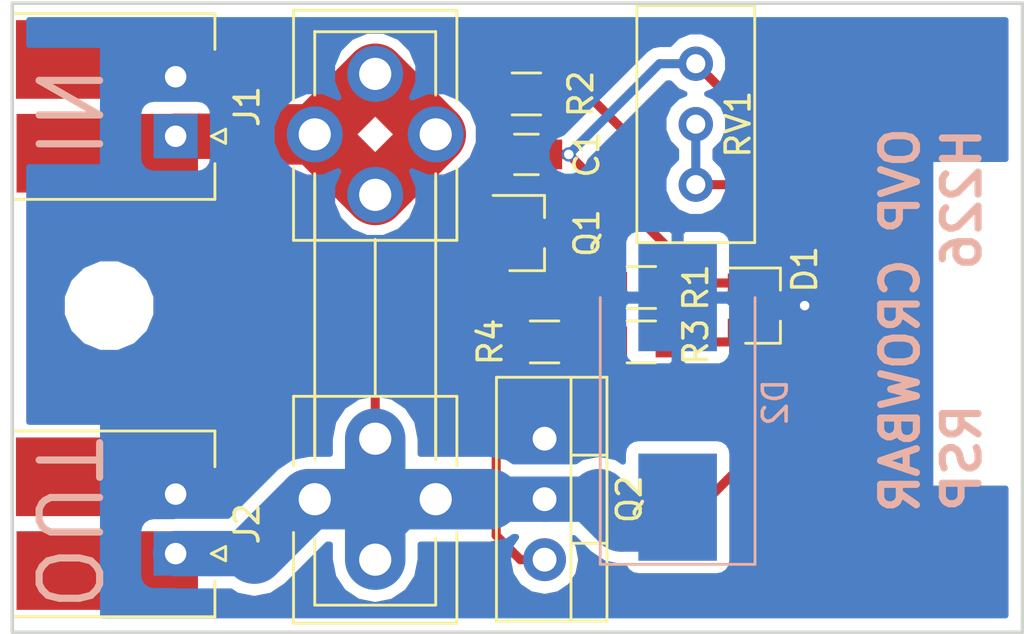
<source format=kicad_pcb>
(kicad_pcb (version 4) (host pcbnew 4.0.7)

  (general
    (links 33)
    (no_connects 0)
    (area 109.981429 102.788999 156.539001 129.615001)
    (thickness 1.6)
    (drawings 8)
    (tracks 62)
    (zones 0)
    (modules 14)
    (nets 8)
  )

  (page A4)
  (layers
    (0 F.Cu signal)
    (31 B.Cu signal)
    (32 B.Adhes user)
    (33 F.Adhes user)
    (34 B.Paste user)
    (35 F.Paste user hide)
    (36 B.SilkS user)
    (37 F.SilkS user)
    (38 B.Mask user hide)
    (39 F.Mask user hide)
    (40 Dwgs.User user hide)
    (41 Cmts.User user hide)
    (42 Eco1.User user hide)
    (43 Eco2.User user hide)
    (44 Edge.Cuts user)
    (45 Margin user hide)
    (46 B.CrtYd user hide)
    (47 F.CrtYd user)
    (48 B.Fab user hide)
    (49 F.Fab user hide)
  )

  (setup
    (last_trace_width 0.25)
    (user_trace_width 0.254)
    (user_trace_width 0.381)
    (user_trace_width 0.635)
    (user_trace_width 1.27)
    (user_trace_width 1.905)
    (user_trace_width 2.54)
    (trace_clearance 0.2)
    (zone_clearance 0.508)
    (zone_45_only no)
    (trace_min 0.2)
    (segment_width 0.2)
    (edge_width 0.15)
    (via_size 0.6)
    (via_drill 0.4)
    (via_min_size 0.4)
    (via_min_drill 0.3)
    (uvia_size 0.3)
    (uvia_drill 0.1)
    (uvias_allowed no)
    (uvia_min_size 0.2)
    (uvia_min_drill 0.1)
    (pcb_text_width 0.3)
    (pcb_text_size 1.5 1.5)
    (mod_edge_width 0.15)
    (mod_text_size 1 1)
    (mod_text_width 0.15)
    (pad_size 4.5 3.3)
    (pad_drill 0)
    (pad_to_mask_clearance 0.2)
    (aux_axis_origin 0 0)
    (grid_origin 120.904 108.712)
    (visible_elements 7FFEFDFF)
    (pcbplotparams
      (layerselection 0x01030_80000001)
      (usegerberextensions false)
      (excludeedgelayer true)
      (linewidth 0.100000)
      (plotframeref false)
      (viasonmask false)
      (mode 1)
      (useauxorigin false)
      (hpglpennumber 1)
      (hpglpenspeed 20)
      (hpglpendiameter 15)
      (hpglpenoverlay 2)
      (psnegative false)
      (psa4output false)
      (plotreference true)
      (plotvalue true)
      (plotinvisibletext false)
      (padsonsilk false)
      (subtractmaskfromsilk false)
      (outputformat 1)
      (mirror false)
      (drillshape 0)
      (scaleselection 1)
      (outputdirectory ""))
  )

  (net 0 "")
  (net 1 "Net-(C1-Pad1)")
  (net 2 "Net-(C1-Pad2)")
  (net 3 "Net-(D1-Pad2)")
  (net 4 "Net-(D1-Pad3)")
  (net 5 "Net-(D1-Pad1)")
  (net 6 "Net-(F1-Pad2)")
  (net 7 "Net-(Q1-Pad3)")

  (net_class Default "This is the default net class."
    (clearance 0.2)
    (trace_width 0.25)
    (via_dia 0.6)
    (via_drill 0.4)
    (uvia_dia 0.3)
    (uvia_drill 0.1)
    (add_net "Net-(C1-Pad1)")
    (add_net "Net-(C1-Pad2)")
    (add_net "Net-(D1-Pad1)")
    (add_net "Net-(D1-Pad2)")
    (add_net "Net-(D1-Pad3)")
    (add_net "Net-(F1-Pad2)")
    (add_net "Net-(Q1-Pad3)")
  )

  (module Fuse_Holders_and_Fuses:Fuseholder5x20_horiz_open_universal_Type-III (layer F.Cu) (tedit 5A949FE3) (tstamp 5A937083)
    (at 129.286 126.492 90)
    (descr "Fuseholder, 5x20, open, horizontal, Type-III, universal, inline, lateral,")
    (tags "Fuseholder 5x20 open horizontal Type-III universal inline lateral Sicherungshalter offen ")
    (path /5A9353AC)
    (fp_text reference F1 (at 10.16 -1.27 90) (layer F.SilkS) hide
      (effects (font (size 1 1) (thickness 0.15)))
    )
    (fp_text value Fuse (at 9.738 -2.762 90) (layer F.Fab)
      (effects (font (size 1 1) (thickness 0.15)))
    )
    (fp_line (start 2.55 0) (end 17.9 0) (layer F.Fab) (width 0.1))
    (fp_line (start -1.9 -2.55) (end 22.2 -2.55) (layer F.Fab) (width 0.1))
    (fp_line (start 22.2 -2.55) (end 22.2 2.55) (layer F.Fab) (width 0.1))
    (fp_line (start 22.2 2.55) (end -1.9 2.55) (layer F.Fab) (width 0.1))
    (fp_line (start -1.9 2.55) (end -1.9 -2.5) (layer F.Fab) (width 0.1))
    (fp_line (start 13.5 -3.35) (end 13.5 3.35) (layer F.Fab) (width 0.1))
    (fp_line (start 13.5 3.35) (end 23.05 3.35) (layer F.Fab) (width 0.1))
    (fp_line (start 23.05 3.35) (end 23.05 -3.3) (layer F.Fab) (width 0.1))
    (fp_line (start 23.05 -3.3) (end 13.5 -3.35) (layer F.Fab) (width 0.1))
    (fp_line (start -2.6 -3.35) (end 6.75 -3.35) (layer F.Fab) (width 0.1))
    (fp_line (start 6.75 -3.35) (end 6.75 3.35) (layer F.Fab) (width 0.1))
    (fp_line (start 6.75 3.35) (end -2.6 3.35) (layer F.Fab) (width 0.1))
    (fp_line (start -2.6 3.35) (end -2.6 -3.35) (layer F.Fab) (width 0.1))
    (fp_line (start 6.95 0) (end 13.45 0) (layer F.SilkS) (width 0.12))
    (fp_line (start 6.86 3.43) (end 3.94 3.43) (layer F.SilkS) (width 0.12))
    (fp_line (start -2.67 3.43) (end 1.14 3.43) (layer F.SilkS) (width 0.12))
    (fp_line (start -1.9 2.54) (end 0.89 2.54) (layer F.SilkS) (width 0.12))
    (fp_line (start 6.86 2.54) (end 4.19 2.54) (layer F.SilkS) (width 0.12))
    (fp_line (start -2.67 -3.43) (end 1.14 -3.43) (layer F.SilkS) (width 0.12))
    (fp_line (start -1.9 -2.54) (end 0.89 -2.54) (layer F.SilkS) (width 0.12))
    (fp_line (start 6.86 -3.43) (end 3.94 -3.43) (layer F.SilkS) (width 0.12))
    (fp_line (start 6.86 -2.54) (end 4.19 -2.54) (layer F.SilkS) (width 0.12))
    (fp_line (start 13.41 -3.43) (end 16.46 -3.43) (layer F.SilkS) (width 0.12))
    (fp_line (start 13.41 -2.54) (end 16.21 -2.54) (layer F.SilkS) (width 0.12))
    (fp_line (start 13.41 2.54) (end 16.21 2.54) (layer F.SilkS) (width 0.12))
    (fp_line (start 13.41 3.43) (end 16.46 3.43) (layer F.SilkS) (width 0.12))
    (fp_line (start 23.07 3.43) (end 19.26 3.43) (layer F.SilkS) (width 0.12))
    (fp_line (start 22.18 2.54) (end 19.51 2.54) (layer F.SilkS) (width 0.12))
    (fp_line (start 23.07 -3.43) (end 19.26 -3.43) (layer F.SilkS) (width 0.12))
    (fp_line (start 22.18 -2.54) (end 19.51 -2.54) (layer F.SilkS) (width 0.12))
    (fp_line (start 23.07 -3.43) (end 23.07 3.43) (layer F.SilkS) (width 0.12))
    (fp_line (start 13.41 3.43) (end 13.41 2.54) (layer F.SilkS) (width 0.12))
    (fp_line (start 13.41 -3.43) (end 13.41 -2.54) (layer F.SilkS) (width 0.12))
    (fp_line (start -2.67 -3.43) (end -2.67 3.43) (layer F.SilkS) (width 0.12))
    (fp_line (start 6.86 3.43) (end 6.86 2.54) (layer F.SilkS) (width 0.12))
    (fp_line (start 6.86 -3.43) (end 6.86 -2.41) (layer F.SilkS) (width 0.12))
    (fp_line (start 15.91 2.54) (end 4.23 2.54) (layer F.SilkS) (width 0.12))
    (fp_line (start 4.36 -2.54) (end 15.91 -2.54) (layer F.SilkS) (width 0.12))
    (fp_line (start 6.86 0) (end 6.86 -2.54) (layer F.SilkS) (width 0.12))
    (fp_line (start -1.91 -2.54) (end -1.91 2.54) (layer F.SilkS) (width 0.12))
    (fp_line (start 6.86 2.54) (end 6.86 0) (layer F.SilkS) (width 0.12))
    (fp_line (start 13.41 0) (end 13.41 -2.54) (layer F.SilkS) (width 0.12))
    (fp_line (start 22.17 -2.54) (end 22.17 2.54) (layer F.SilkS) (width 0.12))
    (fp_line (start 13.41 2.54) (end 13.41 0) (layer F.SilkS) (width 0.12))
    (fp_line (start -2.85 -3.96) (end 23.3 -3.96) (layer F.CrtYd) (width 0.05))
    (fp_line (start -2.85 -3.96) (end -2.85 3.96) (layer F.CrtYd) (width 0.05))
    (fp_line (start 23.3 3.96) (end 23.3 -3.96) (layer F.CrtYd) (width 0.05))
    (fp_line (start 23.3 3.96) (end -2.85 3.96) (layer F.CrtYd) (width 0.05))
    (pad 2 thru_hole circle (at 15.32 0 90) (size 2.35 2.35) (drill 1.35) (layers *.Cu *.Mask)
      (net 6 "Net-(F1-Pad2)"))
    (pad 2 thru_hole circle (at 20.4 0 90) (size 2.35 2.35) (drill 1.35) (layers *.Cu *.Mask)
      (net 6 "Net-(F1-Pad2)"))
    (pad 1 thru_hole circle (at 5.08 0 90) (size 2.35 2.35) (drill 1.35) (layers *.Cu *.Mask)
      (net 1 "Net-(C1-Pad1)"))
    (pad 1 thru_hole circle (at 0 0 90) (size 2.35 2.35) (drill 1.35) (layers *.Cu *.Mask)
      (net 1 "Net-(C1-Pad1)"))
    (pad 2 thru_hole circle (at 17.86 -2.54 90) (size 2.35 2.35) (drill 1.35) (layers *.Cu *.Mask)
      (net 6 "Net-(F1-Pad2)"))
    (pad 2 thru_hole circle (at 17.86 2.54 90) (size 2.35 2.35) (drill 1.35) (layers *.Cu *.Mask)
      (net 6 "Net-(F1-Pad2)"))
    (pad 1 thru_hole circle (at 2.54 -2.54 90) (size 2.35 2.35) (drill 1.35) (layers *.Cu *.Mask)
      (net 1 "Net-(C1-Pad1)"))
    (pad 1 thru_hole circle (at 2.54 2.54 90) (size 2.35 2.35) (drill 1.35) (layers *.Cu *.Mask)
      (net 1 "Net-(C1-Pad1)"))
  )

  (module modules:JST_W_WIRE_PADS (layer F.Cu) (tedit 5A94A2AF) (tstamp 5A94A496)
    (at 120.904 108.712 90)
    (descr "JST EH series connector, S02B-EH, 2.50mm pitch, side entry")
    (tags "connector jst eh side horizontal angled")
    (path /5A9354CD)
    (fp_text reference J1 (at 1.25 3 90) (layer F.SilkS)
      (effects (font (size 1 1) (thickness 0.15)))
    )
    (fp_text value JST2.54 (at 1.25 -8 90) (layer F.Fab)
      (effects (font (size 1 1) (thickness 0.15)))
    )
    (fp_text user %R (at 1.25 -2 90) (layer F.Fab)
      (effects (font (size 1 1) (thickness 0.15)))
    )
    (fp_line (start -2.5 -6.7) (end -2.5 1.5) (layer F.Fab) (width 0.1))
    (fp_line (start -2.5 1.5) (end 5 1.5) (layer F.Fab) (width 0.1))
    (fp_line (start 5 1.5) (end 5 -6.7) (layer F.Fab) (width 0.1))
    (fp_line (start 5 -6.7) (end -2.5 -6.7) (layer F.Fab) (width 0.1))
    (fp_line (start -1.15 1.65) (end -2.65 1.65) (layer F.SilkS) (width 0.12))
    (fp_line (start -2.65 1.65) (end -2.65 -6.85) (layer F.SilkS) (width 0.12))
    (fp_line (start -2.65 -6.85) (end 5.15 -6.85) (layer F.SilkS) (width 0.12))
    (fp_line (start 5.15 -6.85) (end 5.15 1.65) (layer F.SilkS) (width 0.12))
    (fp_line (start 5.15 1.65) (end 3.65 1.65) (layer F.SilkS) (width 0.12))
    (fp_line (start 0 1.5) (end -0.3 2.1) (layer F.SilkS) (width 0.12))
    (fp_line (start -0.3 2.1) (end 0.3 2.1) (layer F.SilkS) (width 0.12))
    (fp_line (start 0.3 2.1) (end 0 1.5) (layer F.SilkS) (width 0.12))
    (fp_line (start 0 1.5) (end -0.3 2.1) (layer F.Fab) (width 0.1))
    (fp_line (start -0.3 2.1) (end 0.3 2.1) (layer F.Fab) (width 0.1))
    (fp_line (start 0.3 2.1) (end 0 1.5) (layer F.Fab) (width 0.1))
    (fp_line (start -3.15 -7.35) (end -3.15 2.15) (layer F.CrtYd) (width 0.05))
    (fp_line (start -3.15 2.15) (end 5.65 2.15) (layer F.CrtYd) (width 0.05))
    (fp_line (start 5.65 2.15) (end 5.65 -7.35) (layer F.CrtYd) (width 0.05))
    (fp_line (start 5.65 -7.35) (end -3.15 -7.35) (layer F.CrtYd) (width 0.05))
    (pad 1 thru_hole rect (at 0 0 90) (size 1.85 1.85) (drill 0.9) (layers *.Cu *.Mask)
      (net 6 "Net-(F1-Pad2)"))
    (pad 2 thru_hole circle (at 2.5 0 90) (size 1.85 1.85) (drill 0.9) (layers *.Cu *.Mask)
      (net 4 "Net-(D1-Pad3)") (zone_connect 2))
    (pad 1 smd rect (at -0.7112 -2.8702 90) (size 3.302 7.62) (layers F.Cu F.Paste F.Mask)
      (net 6 "Net-(F1-Pad2)"))
    (pad 2 smd rect (at 3.2258 -2.8956 90) (size 3.302 7.62) (layers F.Cu F.Paste F.Mask)
      (net 4 "Net-(D1-Pad3)"))
    (model Connectors_JST.3dshapes/JST_EH_S02B-EH_02x2.50mm_Angled.wrl
      (at (xyz 0 0 0))
      (scale (xyz 1 1 1))
      (rotate (xyz 0 0 0))
    )
  )

  (module Capacitors_SMD:C_0805 (layer F.Cu) (tedit 5A948574) (tstamp 5A937070)
    (at 135.636 109.474 180)
    (descr "Capacitor SMD 0805, reflow soldering, AVX (see smccp.pdf)")
    (tags "capacitor 0805")
    (path /5A935308)
    (attr smd)
    (fp_text reference C1 (at -2.54 0 270) (layer F.SilkS)
      (effects (font (size 1 1) (thickness 0.15)))
    )
    (fp_text value .01 (at 0.254 1.524 180) (layer F.Fab)
      (effects (font (size 1 1) (thickness 0.15)))
    )
    (fp_text user %R (at 0 -1.524 180) (layer F.Fab)
      (effects (font (size 1 1) (thickness 0.15)))
    )
    (fp_line (start -1 0.62) (end -1 -0.62) (layer F.Fab) (width 0.1))
    (fp_line (start 1 0.62) (end -1 0.62) (layer F.Fab) (width 0.1))
    (fp_line (start 1 -0.62) (end 1 0.62) (layer F.Fab) (width 0.1))
    (fp_line (start -1 -0.62) (end 1 -0.62) (layer F.Fab) (width 0.1))
    (fp_line (start 0.5 -0.85) (end -0.5 -0.85) (layer F.SilkS) (width 0.12))
    (fp_line (start -0.5 0.85) (end 0.5 0.85) (layer F.SilkS) (width 0.12))
    (fp_line (start -1.75 -0.88) (end 1.75 -0.88) (layer F.CrtYd) (width 0.05))
    (fp_line (start -1.75 -0.88) (end -1.75 0.87) (layer F.CrtYd) (width 0.05))
    (fp_line (start 1.75 0.87) (end 1.75 -0.88) (layer F.CrtYd) (width 0.05))
    (fp_line (start 1.75 0.87) (end -1.75 0.87) (layer F.CrtYd) (width 0.05))
    (pad 1 smd rect (at -1 0 180) (size 1 1.25) (layers F.Cu F.Paste F.Mask)
      (net 1 "Net-(C1-Pad1)"))
    (pad 2 smd rect (at 1 0 180) (size 1 1.25) (layers F.Cu F.Paste F.Mask)
      (net 2 "Net-(C1-Pad2)"))
    (model Capacitors_SMD.3dshapes/C_0805.wrl
      (at (xyz 0 0 0))
      (scale (xyz 1 1 1))
      (rotate (xyz 0 0 0))
    )
  )

  (module Resistors_SMD:R_0805 (layer F.Cu) (tedit 5A94857F) (tstamp 5A93709C)
    (at 140.462 115.062 180)
    (descr "Resistor SMD 0805, reflow soldering, Vishay (see dcrcw.pdf)")
    (tags "resistor 0805")
    (path /5A93589D)
    (attr smd)
    (fp_text reference R1 (at -2.286 0 270) (layer F.SilkS)
      (effects (font (size 1 1) (thickness 0.15)))
    )
    (fp_text value 470 (at 0 1.524 180) (layer F.Fab)
      (effects (font (size 1 1) (thickness 0.15)))
    )
    (fp_text user %R (at 0 0 180) (layer F.Fab)
      (effects (font (size 0.5 0.5) (thickness 0.075)))
    )
    (fp_line (start -1 0.62) (end -1 -0.62) (layer F.Fab) (width 0.1))
    (fp_line (start 1 0.62) (end -1 0.62) (layer F.Fab) (width 0.1))
    (fp_line (start 1 -0.62) (end 1 0.62) (layer F.Fab) (width 0.1))
    (fp_line (start -1 -0.62) (end 1 -0.62) (layer F.Fab) (width 0.1))
    (fp_line (start 0.6 0.88) (end -0.6 0.88) (layer F.SilkS) (width 0.12))
    (fp_line (start -0.6 -0.88) (end 0.6 -0.88) (layer F.SilkS) (width 0.12))
    (fp_line (start -1.55 -0.9) (end 1.55 -0.9) (layer F.CrtYd) (width 0.05))
    (fp_line (start -1.55 -0.9) (end -1.55 0.9) (layer F.CrtYd) (width 0.05))
    (fp_line (start 1.55 0.9) (end 1.55 -0.9) (layer F.CrtYd) (width 0.05))
    (fp_line (start 1.55 0.9) (end -1.55 0.9) (layer F.CrtYd) (width 0.05))
    (pad 1 smd rect (at -0.95 0 180) (size 0.7 1.3) (layers F.Cu F.Paste F.Mask)
      (net 5 "Net-(D1-Pad1)"))
    (pad 2 smd rect (at 0.95 0 180) (size 0.7 1.3) (layers F.Cu F.Paste F.Mask)
      (net 1 "Net-(C1-Pad1)"))
    (model ${KISYS3DMOD}/Resistors_SMD.3dshapes/R_0805.wrl
      (at (xyz 0 0 0))
      (scale (xyz 1 1 1))
      (rotate (xyz 0 0 0))
    )
  )

  (module Resistors_SMD:R_0805 (layer F.Cu) (tedit 5A948571) (tstamp 5A9370A2)
    (at 135.636 106.934)
    (descr "Resistor SMD 0805, reflow soldering, Vishay (see dcrcw.pdf)")
    (tags "resistor 0805")
    (path /5A935947)
    (attr smd)
    (fp_text reference R2 (at 2.286 0 90) (layer F.SilkS)
      (effects (font (size 1 1) (thickness 0.15)))
    )
    (fp_text value 4K7 (at 0 1.524) (layer F.Fab)
      (effects (font (size 1 1) (thickness 0.15)))
    )
    (fp_text user %R (at 0 0) (layer F.Fab)
      (effects (font (size 0.5 0.5) (thickness 0.075)))
    )
    (fp_line (start -1 0.62) (end -1 -0.62) (layer F.Fab) (width 0.1))
    (fp_line (start 1 0.62) (end -1 0.62) (layer F.Fab) (width 0.1))
    (fp_line (start 1 -0.62) (end 1 0.62) (layer F.Fab) (width 0.1))
    (fp_line (start -1 -0.62) (end 1 -0.62) (layer F.Fab) (width 0.1))
    (fp_line (start 0.6 0.88) (end -0.6 0.88) (layer F.SilkS) (width 0.12))
    (fp_line (start -0.6 -0.88) (end 0.6 -0.88) (layer F.SilkS) (width 0.12))
    (fp_line (start -1.55 -0.9) (end 1.55 -0.9) (layer F.CrtYd) (width 0.05))
    (fp_line (start -1.55 -0.9) (end -1.55 0.9) (layer F.CrtYd) (width 0.05))
    (fp_line (start 1.55 0.9) (end 1.55 -0.9) (layer F.CrtYd) (width 0.05))
    (fp_line (start 1.55 0.9) (end -1.55 0.9) (layer F.CrtYd) (width 0.05))
    (pad 1 smd rect (at -0.95 0) (size 0.7 1.3) (layers F.Cu F.Paste F.Mask)
      (net 2 "Net-(C1-Pad2)"))
    (pad 2 smd rect (at 0.95 0) (size 0.7 1.3) (layers F.Cu F.Paste F.Mask)
      (net 5 "Net-(D1-Pad1)"))
    (model ${KISYS3DMOD}/Resistors_SMD.3dshapes/R_0805.wrl
      (at (xyz 0 0 0))
      (scale (xyz 1 1 1))
      (rotate (xyz 0 0 0))
    )
  )

  (module Resistors_SMD:R_0805 (layer F.Cu) (tedit 5A94857D) (tstamp 5A9370A8)
    (at 140.462 117.348 180)
    (descr "Resistor SMD 0805, reflow soldering, Vishay (see dcrcw.pdf)")
    (tags "resistor 0805")
    (path /5A935234)
    (attr smd)
    (fp_text reference R3 (at -2.286 0 270) (layer F.SilkS)
      (effects (font (size 1 1) (thickness 0.15)))
    )
    (fp_text value 2K2 (at 2.032 0 270) (layer F.Fab)
      (effects (font (size 1 1) (thickness 0.15)))
    )
    (fp_text user %R (at 0 0 180) (layer F.Fab)
      (effects (font (size 0.5 0.5) (thickness 0.075)))
    )
    (fp_line (start -1 0.62) (end -1 -0.62) (layer F.Fab) (width 0.1))
    (fp_line (start 1 0.62) (end -1 0.62) (layer F.Fab) (width 0.1))
    (fp_line (start 1 -0.62) (end 1 0.62) (layer F.Fab) (width 0.1))
    (fp_line (start -1 -0.62) (end 1 -0.62) (layer F.Fab) (width 0.1))
    (fp_line (start 0.6 0.88) (end -0.6 0.88) (layer F.SilkS) (width 0.12))
    (fp_line (start -0.6 -0.88) (end 0.6 -0.88) (layer F.SilkS) (width 0.12))
    (fp_line (start -1.55 -0.9) (end 1.55 -0.9) (layer F.CrtYd) (width 0.05))
    (fp_line (start -1.55 -0.9) (end -1.55 0.9) (layer F.CrtYd) (width 0.05))
    (fp_line (start 1.55 0.9) (end 1.55 -0.9) (layer F.CrtYd) (width 0.05))
    (fp_line (start 1.55 0.9) (end -1.55 0.9) (layer F.CrtYd) (width 0.05))
    (pad 1 smd rect (at -0.95 0 180) (size 0.7 1.3) (layers F.Cu F.Paste F.Mask)
      (net 3 "Net-(D1-Pad2)"))
    (pad 2 smd rect (at 0.95 0 180) (size 0.7 1.3) (layers F.Cu F.Paste F.Mask)
      (net 4 "Net-(D1-Pad3)"))
    (model ${KISYS3DMOD}/Resistors_SMD.3dshapes/R_0805.wrl
      (at (xyz 0 0 0))
      (scale (xyz 1 1 1))
      (rotate (xyz 0 0 0))
    )
  )

  (module Resistors_SMD:R_0805 (layer F.Cu) (tedit 5A948589) (tstamp 5A9370AE)
    (at 136.398 117.348 180)
    (descr "Resistor SMD 0805, reflow soldering, Vishay (see dcrcw.pdf)")
    (tags "resistor 0805")
    (path /5A945B3A)
    (attr smd)
    (fp_text reference R4 (at 2.286 0 270) (layer F.SilkS)
      (effects (font (size 1 1) (thickness 0.15)))
    )
    (fp_text value 1K0 (at 0 1.75 180) (layer F.Fab)
      (effects (font (size 1 1) (thickness 0.15)))
    )
    (fp_text user %R (at 0 0 180) (layer F.Fab)
      (effects (font (size 0.5 0.5) (thickness 0.075)))
    )
    (fp_line (start -1 0.62) (end -1 -0.62) (layer F.Fab) (width 0.1))
    (fp_line (start 1 0.62) (end -1 0.62) (layer F.Fab) (width 0.1))
    (fp_line (start 1 -0.62) (end 1 0.62) (layer F.Fab) (width 0.1))
    (fp_line (start -1 -0.62) (end 1 -0.62) (layer F.Fab) (width 0.1))
    (fp_line (start 0.6 0.88) (end -0.6 0.88) (layer F.SilkS) (width 0.12))
    (fp_line (start -0.6 -0.88) (end 0.6 -0.88) (layer F.SilkS) (width 0.12))
    (fp_line (start -1.55 -0.9) (end 1.55 -0.9) (layer F.CrtYd) (width 0.05))
    (fp_line (start -1.55 -0.9) (end -1.55 0.9) (layer F.CrtYd) (width 0.05))
    (fp_line (start 1.55 0.9) (end 1.55 -0.9) (layer F.CrtYd) (width 0.05))
    (fp_line (start 1.55 0.9) (end -1.55 0.9) (layer F.CrtYd) (width 0.05))
    (pad 1 smd rect (at -0.95 0 180) (size 0.7 1.3) (layers F.Cu F.Paste F.Mask)
      (net 4 "Net-(D1-Pad3)"))
    (pad 2 smd rect (at 0.95 0 180) (size 0.7 1.3) (layers F.Cu F.Paste F.Mask)
      (net 7 "Net-(Q1-Pad3)"))
    (model ${KISYS3DMOD}/Resistors_SMD.3dshapes/R_0805.wrl
      (at (xyz 0 0 0))
      (scale (xyz 1 1 1))
      (rotate (xyz 0 0 0))
    )
  )

  (module TO_SOT_Packages_SMD:SOT-23 (layer F.Cu) (tedit 5A98FEBE) (tstamp 5A937096)
    (at 135.636 112.776)
    (descr "SOT-23, Standard")
    (tags SOT-23)
    (path /5A98D8E7)
    (attr smd)
    (fp_text reference Q1 (at 2.54 0 270) (layer F.SilkS)
      (effects (font (size 1 1) (thickness 0.15)))
    )
    (fp_text value MMBT3906 (at 0 2.5) (layer F.Fab)
      (effects (font (size 1 1) (thickness 0.15)))
    )
    (fp_text user %R (at 0 0 90) (layer F.Fab)
      (effects (font (size 0.5 0.5) (thickness 0.075)))
    )
    (fp_line (start -0.7 -0.95) (end -0.7 1.5) (layer F.Fab) (width 0.1))
    (fp_line (start -0.15 -1.52) (end 0.7 -1.52) (layer F.Fab) (width 0.1))
    (fp_line (start -0.7 -0.95) (end -0.15 -1.52) (layer F.Fab) (width 0.1))
    (fp_line (start 0.7 -1.52) (end 0.7 1.52) (layer F.Fab) (width 0.1))
    (fp_line (start -0.7 1.52) (end 0.7 1.52) (layer F.Fab) (width 0.1))
    (fp_line (start 0.76 1.58) (end 0.76 0.65) (layer F.SilkS) (width 0.12))
    (fp_line (start 0.76 -1.58) (end 0.76 -0.65) (layer F.SilkS) (width 0.12))
    (fp_line (start -1.7 -1.75) (end 1.7 -1.75) (layer F.CrtYd) (width 0.05))
    (fp_line (start 1.7 -1.75) (end 1.7 1.75) (layer F.CrtYd) (width 0.05))
    (fp_line (start 1.7 1.75) (end -1.7 1.75) (layer F.CrtYd) (width 0.05))
    (fp_line (start -1.7 1.75) (end -1.7 -1.75) (layer F.CrtYd) (width 0.05))
    (fp_line (start 0.76 -1.58) (end -1.4 -1.58) (layer F.SilkS) (width 0.12))
    (fp_line (start 0.76 1.58) (end -0.7 1.58) (layer F.SilkS) (width 0.12))
    (pad 1 smd rect (at -1 -0.95) (size 0.9 0.8) (layers F.Cu F.Paste F.Mask)
      (net 2 "Net-(C1-Pad2)"))
    (pad 2 smd rect (at -1 0.95) (size 0.9 0.8) (layers F.Cu F.Paste F.Mask)
      (net 1 "Net-(C1-Pad1)"))
    (pad 3 smd rect (at 1 0) (size 0.9 0.8) (layers F.Cu F.Paste F.Mask)
      (net 7 "Net-(Q1-Pad3)"))
    (model ${KISYS3DMOD}/TO_SOT_Packages_SMD.3dshapes/SOT-23.wrl
      (at (xyz 0 0 0))
      (scale (xyz 1 1 1))
      (rotate (xyz 0 0 0))
    )
  )

  (module TO_SOT_Packages_SMD:SOT-23 (layer F.Cu) (tedit 5A948583) (tstamp 5A94510D)
    (at 145.542 115.824)
    (descr "SOT-23, Standard")
    (tags SOT-23)
    (path /5A944FBC)
    (attr smd)
    (fp_text reference D1 (at 1.778 -1.524 90) (layer F.SilkS)
      (effects (font (size 1 1) (thickness 0.15)))
    )
    (fp_text value TL431DBZ (at 0 2.5) (layer F.Fab)
      (effects (font (size 1 1) (thickness 0.15)))
    )
    (fp_text user %R (at 0 0 90) (layer F.Fab)
      (effects (font (size 0.5 0.5) (thickness 0.075)))
    )
    (fp_line (start -0.7 -0.95) (end -0.7 1.5) (layer F.Fab) (width 0.1))
    (fp_line (start -0.15 -1.52) (end 0.7 -1.52) (layer F.Fab) (width 0.1))
    (fp_line (start -0.7 -0.95) (end -0.15 -1.52) (layer F.Fab) (width 0.1))
    (fp_line (start 0.7 -1.52) (end 0.7 1.52) (layer F.Fab) (width 0.1))
    (fp_line (start -0.7 1.52) (end 0.7 1.52) (layer F.Fab) (width 0.1))
    (fp_line (start 0.76 1.58) (end 0.76 0.65) (layer F.SilkS) (width 0.12))
    (fp_line (start 0.76 -1.58) (end 0.76 -0.65) (layer F.SilkS) (width 0.12))
    (fp_line (start -1.7 -1.75) (end 1.7 -1.75) (layer F.CrtYd) (width 0.05))
    (fp_line (start 1.7 -1.75) (end 1.7 1.75) (layer F.CrtYd) (width 0.05))
    (fp_line (start 1.7 1.75) (end -1.7 1.75) (layer F.CrtYd) (width 0.05))
    (fp_line (start -1.7 1.75) (end -1.7 -1.75) (layer F.CrtYd) (width 0.05))
    (fp_line (start 0.76 -1.58) (end -1.4 -1.58) (layer F.SilkS) (width 0.12))
    (fp_line (start 0.76 1.58) (end -0.7 1.58) (layer F.SilkS) (width 0.12))
    (pad 1 smd rect (at -1 -0.95) (size 0.9 0.8) (layers F.Cu F.Paste F.Mask)
      (net 5 "Net-(D1-Pad1)"))
    (pad 2 smd rect (at -1 0.95) (size 0.9 0.8) (layers F.Cu F.Paste F.Mask)
      (net 3 "Net-(D1-Pad2)"))
    (pad 3 smd rect (at 1 0) (size 0.9 0.8) (layers F.Cu F.Paste F.Mask)
      (net 4 "Net-(D1-Pad3)"))
    (model ${KISYS3DMOD}/TO_SOT_Packages_SMD.3dshapes/SOT-23.wrl
      (at (xyz 0 0 0))
      (scale (xyz 1 1 1))
      (rotate (xyz 0 0 0))
    )
  )

  (module TO_SOT_Packages_THT:TO-220-3_Vertical (layer F.Cu) (tedit 5A94A2DB) (tstamp 5A945BB1)
    (at 136.398 121.412 270)
    (descr "TO-220-3, Vertical, RM 2.54mm")
    (tags "TO-220-3 Vertical RM 2.54mm")
    (path /5A945928)
    (fp_text reference Q2 (at 2.54 -3.556 270) (layer F.SilkS)
      (effects (font (size 1 1) (thickness 0.15)))
    )
    (fp_text value BT151 (at 2.54 3.92 270) (layer F.Fab)
      (effects (font (size 1 1) (thickness 0.15)))
    )
    (fp_text user %R (at 2.54 -3.62 270) (layer F.Fab)
      (effects (font (size 1 1) (thickness 0.15)))
    )
    (fp_line (start -2.46 -2.5) (end -2.46 1.9) (layer F.Fab) (width 0.1))
    (fp_line (start -2.46 1.9) (end 7.54 1.9) (layer F.Fab) (width 0.1))
    (fp_line (start 7.54 1.9) (end 7.54 -2.5) (layer F.Fab) (width 0.1))
    (fp_line (start 7.54 -2.5) (end -2.46 -2.5) (layer F.Fab) (width 0.1))
    (fp_line (start -2.46 -1.23) (end 7.54 -1.23) (layer F.Fab) (width 0.1))
    (fp_line (start 0.69 -2.5) (end 0.69 -1.23) (layer F.Fab) (width 0.1))
    (fp_line (start 4.39 -2.5) (end 4.39 -1.23) (layer F.Fab) (width 0.1))
    (fp_line (start -2.58 -2.62) (end 7.66 -2.62) (layer F.SilkS) (width 0.12))
    (fp_line (start -2.58 2.021) (end 7.66 2.021) (layer F.SilkS) (width 0.12))
    (fp_line (start -2.58 -2.62) (end -2.58 2.021) (layer F.SilkS) (width 0.12))
    (fp_line (start 7.66 -2.62) (end 7.66 2.021) (layer F.SilkS) (width 0.12))
    (fp_line (start -2.58 -1.11) (end 7.66 -1.11) (layer F.SilkS) (width 0.12))
    (fp_line (start 0.69 -2.62) (end 0.69 -1.11) (layer F.SilkS) (width 0.12))
    (fp_line (start 4.391 -2.62) (end 4.391 -1.11) (layer F.SilkS) (width 0.12))
    (fp_line (start -2.71 -2.75) (end -2.71 2.16) (layer F.CrtYd) (width 0.05))
    (fp_line (start -2.71 2.16) (end 7.79 2.16) (layer F.CrtYd) (width 0.05))
    (fp_line (start 7.79 2.16) (end 7.79 -2.75) (layer F.CrtYd) (width 0.05))
    (fp_line (start 7.79 -2.75) (end -2.71 -2.75) (layer F.CrtYd) (width 0.05))
    (pad 1 thru_hole rect (at 0 0 270) (size 1.8 1.8) (drill 1) (layers *.Cu *.Mask)
      (net 4 "Net-(D1-Pad3)") (zone_connect 2))
    (pad 2 thru_hole oval (at 2.54 0 270) (size 1.8 1.8) (drill 1) (layers *.Cu *.Mask)
      (net 1 "Net-(C1-Pad1)"))
    (pad 3 thru_hole oval (at 5.08 0 270) (size 1.8 1.8) (drill 1) (layers *.Cu *.Mask)
      (net 7 "Net-(Q1-Pad3)"))
    (model ${KISYS3DMOD}/TO_SOT_Packages_THT.3dshapes/TO-220-3_Vertical.wrl
      (at (xyz 0.1 0 0))
      (scale (xyz 0.393701 0.393701 0.393701))
      (rotate (xyz 0 0 0))
    )
  )

  (module Potentiometers:Potentiometer_Trimmer_Suntan_TSR-3386C_Vertical (layer F.Cu) (tedit 5A94859D) (tstamp 5A9370B5)
    (at 142.748 105.664)
    (descr "Potentiometer, vertically mounted, Omeg PC16PU, Omeg PC16PU, Omeg PC16PU, Vishay/Spectrol 248GJ/249GJ Single, Vishay/Spectrol 248GJ/249GJ Single, Vishay/Spectrol 248GJ/249GJ Single, Vishay/Spectrol 248GH/249GH Single, Vishay/Spectrol 148/149 Single, Vishay/Spectrol 148/149 Single, Vishay/Spectrol 148/149 Single, Vishay/Spectrol 148A/149A Single with mounting plates, Vishay/Spectrol 148/149 Double, Vishay/Spectrol 148A/149A Double with mounting plates, Piher PC-16 Single, Piher PC-16 Single, Piher PC-16 Single, Piher PC-16SV Single, Piher PC-16 Double, Piher PC-16 Triple, Piher T16H Single, Piher T16L Single, Piher T16H Double, Alps RK163 Single, Alps RK163 Double, Alps RK097 Single, Alps RK097 Double, Bourns PTV09A-2 Single with mounting sleve Single, Bourns PTV09A-1 with mounting sleve Single, Bourns PRS11S Single, Alps RK09K Single with mounting sleve Single, Alps RK09K with mounting sleve Single, Alps RK09L Single, Alps RK09L Single, Alps RK09L Double, Alps RK09L Double, Alps RK09Y Single, Bourns 3339S Single, Bourns 3339S Single, Bourns 3339P Single, Bourns 3339H Single, Vishay T7YA Single, Suntan TSR-3386H Single, Suntan TSR-3386H Single, http://www.Suntan.com/docs/51016/TSR-3386.pdf")
    (tags "Potentiometer vertical  Omeg PC16PU  Omeg PC16PU  Omeg PC16PU  Vishay/Spectrol 248GJ/249GJ Single  Vishay/Spectrol 248GJ/249GJ Single  Vishay/Spectrol 248GJ/249GJ Single  Vishay/Spectrol 248GH/249GH Single  Vishay/Spectrol 148/149 Single  Vishay/Spectrol 148/149 Single  Vishay/Spectrol 148/149 Single  Vishay/Spectrol 148A/149A Single with mounting plates  Vishay/Spectrol 148/149 Double  Vishay/Spectrol 148A/149A Double with mounting plates  Piher PC-16 Single  Piher PC-16 Single  Piher PC-16 Single  Piher PC-16SV Single  Piher PC-16 Double  Piher PC-16 Triple  Piher T16H Single  Piher T16L Single  Piher T16H Double  Alps RK163 Single  Alps RK163 Double  Alps RK097 Single  Alps RK097 Double  Bourns PTV09A-2 Single with mounting sleve Single  Bourns PTV09A-1 with mounting sleve Single  Bourns PRS11S Single  Alps RK09K Single with mounting sleve Single  Alps RK09K with mounting sleve Single  Alps RK09L Single  Alps RK09L Single  Alps RK09L Double  Alps RK09L Double  Alps RK09Y Single  Bourns 3339S Single  Bourns 3339S Single  Bourns 3339P Single  Bourns 3339H Single  Vishay T7YA Single  Suntan TSR-3386H Single  Suntan TSR-3386H Single")
    (path /5A93535D)
    (fp_text reference RV1 (at 1.778 2.54 90) (layer F.SilkS)
      (effects (font (size 1 1) (thickness 0.15)))
    )
    (fp_text value 5K (at 0 8.705) (layer F.Fab)
      (effects (font (size 1 1) (thickness 0.15)))
    )
    (fp_line (start 2.415 -2.375) (end 2.415 7.455) (layer F.Fab) (width 0.1))
    (fp_line (start 2.415 7.455) (end -2.415 7.455) (layer F.Fab) (width 0.1))
    (fp_line (start -2.415 7.455) (end -2.415 -2.375) (layer F.Fab) (width 0.1))
    (fp_line (start -2.415 -2.375) (end 2.415 -2.375) (layer F.Fab) (width 0.1))
    (fp_line (start -2.475 -2.435) (end 2.475 -2.435) (layer F.SilkS) (width 0.12))
    (fp_line (start -2.475 7.515) (end 2.475 7.515) (layer F.SilkS) (width 0.12))
    (fp_line (start 2.475 -2.435) (end 2.475 7.515) (layer F.SilkS) (width 0.12))
    (fp_line (start -2.475 -2.435) (end -2.475 7.515) (layer F.SilkS) (width 0.12))
    (fp_line (start -2.7 -2.65) (end -2.7 7.75) (layer F.CrtYd) (width 0.05))
    (fp_line (start -2.7 7.75) (end 2.7 7.75) (layer F.CrtYd) (width 0.05))
    (fp_line (start 2.7 7.75) (end 2.7 -2.65) (layer F.CrtYd) (width 0.05))
    (fp_line (start 2.7 -2.65) (end -2.7 -2.65) (layer F.CrtYd) (width 0.05))
    (pad 3 thru_hole circle (at 0 5.08) (size 1.44 1.44) (drill 0.8) (layers *.Cu *.Mask)
      (net 3 "Net-(D1-Pad2)"))
    (pad 2 thru_hole circle (at 0 2.54) (size 1.44 1.44) (drill 0.8) (layers *.Cu *.Mask)
      (net 3 "Net-(D1-Pad2)"))
    (pad 1 thru_hole circle (at 0 0) (size 1.44 1.44) (drill 0.8) (layers *.Cu *.Mask)
      (net 1 "Net-(C1-Pad1)"))
    (model Potentiometers.3dshapes/Potentiometer_Trimmer_Suntan_TSR-3386C_Vertical.wrl
      (at (xyz 0 0 0))
      (scale (xyz 0.393701 0.393701 0.393701))
      (rotate (xyz 0 0 0))
    )
  )

  (module modules:JST_W_WIRE_PADS (layer F.Cu) (tedit 5A94A2CC) (tstamp 5A94A53F)
    (at 120.904 126.238 90)
    (descr "JST EH series connector, S02B-EH, 2.50mm pitch, side entry")
    (tags "connector jst eh side horizontal angled")
    (path /5A935550)
    (fp_text reference J2 (at 1.25 3 90) (layer F.SilkS)
      (effects (font (size 1 1) (thickness 0.15)))
    )
    (fp_text value JST2.54 (at 1.25 -8 90) (layer F.Fab)
      (effects (font (size 1 1) (thickness 0.15)))
    )
    (fp_text user %R (at 1.25 -2 90) (layer F.Fab)
      (effects (font (size 1 1) (thickness 0.15)))
    )
    (fp_line (start -2.5 -6.7) (end -2.5 1.5) (layer F.Fab) (width 0.1))
    (fp_line (start -2.5 1.5) (end 5 1.5) (layer F.Fab) (width 0.1))
    (fp_line (start 5 1.5) (end 5 -6.7) (layer F.Fab) (width 0.1))
    (fp_line (start 5 -6.7) (end -2.5 -6.7) (layer F.Fab) (width 0.1))
    (fp_line (start -1.15 1.65) (end -2.65 1.65) (layer F.SilkS) (width 0.12))
    (fp_line (start -2.65 1.65) (end -2.65 -6.85) (layer F.SilkS) (width 0.12))
    (fp_line (start -2.65 -6.85) (end 5.15 -6.85) (layer F.SilkS) (width 0.12))
    (fp_line (start 5.15 -6.85) (end 5.15 1.65) (layer F.SilkS) (width 0.12))
    (fp_line (start 5.15 1.65) (end 3.65 1.65) (layer F.SilkS) (width 0.12))
    (fp_line (start 0 1.5) (end -0.3 2.1) (layer F.SilkS) (width 0.12))
    (fp_line (start -0.3 2.1) (end 0.3 2.1) (layer F.SilkS) (width 0.12))
    (fp_line (start 0.3 2.1) (end 0 1.5) (layer F.SilkS) (width 0.12))
    (fp_line (start 0 1.5) (end -0.3 2.1) (layer F.Fab) (width 0.1))
    (fp_line (start -0.3 2.1) (end 0.3 2.1) (layer F.Fab) (width 0.1))
    (fp_line (start 0.3 2.1) (end 0 1.5) (layer F.Fab) (width 0.1))
    (fp_line (start -3.15 -7.35) (end -3.15 2.15) (layer F.CrtYd) (width 0.05))
    (fp_line (start -3.15 2.15) (end 5.65 2.15) (layer F.CrtYd) (width 0.05))
    (fp_line (start 5.65 2.15) (end 5.65 -7.35) (layer F.CrtYd) (width 0.05))
    (fp_line (start 5.65 -7.35) (end -3.15 -7.35) (layer F.CrtYd) (width 0.05))
    (pad 1 thru_hole rect (at 0 0 90) (size 1.85 1.85) (drill 0.9) (layers *.Cu *.Mask)
      (net 1 "Net-(C1-Pad1)"))
    (pad 2 thru_hole circle (at 2.5 0 90) (size 1.85 1.85) (drill 0.9) (layers *.Cu *.Mask)
      (net 4 "Net-(D1-Pad3)") (zone_connect 2))
    (pad 1 smd rect (at -0.7112 -2.8702 90) (size 3.302 7.62) (layers F.Cu F.Paste F.Mask)
      (net 1 "Net-(C1-Pad1)"))
    (pad 2 smd rect (at 3.2258 -2.8956 90) (size 3.302 7.62) (layers F.Cu F.Paste F.Mask)
      (net 4 "Net-(D1-Pad3)"))
    (model Connectors_JST.3dshapes/JST_EH_S02B-EH_02x2.50mm_Angled.wrl
      (at (xyz 0 0 0))
      (scale (xyz 1 1 1))
      (rotate (xyz 0 0 0))
    )
  )

  (module Diodes_SMD:D_SMC-RM10_Universal_Handsoldering (layer B.Cu) (tedit 5A94B35D) (tstamp 5A94ACBC)
    (at 141.986 119.888 90)
    (descr "Diode, Universal, SMC (DO-214AB), RM10, Handsoldering, SMD, Thruhole")
    (tags "Diode Universal SMC (DO-214AB) RM10 Handsoldering SMD Thruhole")
    (path /5A94AD25)
    (fp_text reference D2 (at 0 4.1 90) (layer B.SilkS)
      (effects (font (size 1 1) (thickness 0.15)) (justify mirror))
    )
    (fp_text value SS34 (at 0 -4.3 90) (layer B.Fab)
      (effects (font (size 1 1) (thickness 0.15)) (justify mirror))
    )
    (fp_text user %R (at 0 1.7 90) (layer B.Fab)
      (effects (font (size 1 1) (thickness 0.15)) (justify mirror))
    )
    (fp_line (start -6.8 -3.25) (end -6.8 3.25) (layer B.SilkS) (width 0.12))
    (fp_line (start 3.55 -3.1) (end -3.55 -3.1) (layer B.Fab) (width 0.1))
    (fp_line (start -3.55 -3.1) (end -3.55 3.1) (layer B.Fab) (width 0.1))
    (fp_line (start 3.55 3.1) (end 3.55 -3.1) (layer B.Fab) (width 0.1))
    (fp_line (start 3.55 3.1) (end -3.55 3.1) (layer B.Fab) (width 0.1))
    (fp_line (start -6.9 3.35) (end 6.9 3.35) (layer B.CrtYd) (width 0.05))
    (fp_line (start 6.9 3.35) (end 6.9 -3.35) (layer B.CrtYd) (width 0.05))
    (fp_line (start 6.9 -3.35) (end -6.9 -3.35) (layer B.CrtYd) (width 0.05))
    (fp_line (start -6.9 -3.35) (end -6.9 3.35) (layer B.CrtYd) (width 0.05))
    (fp_line (start -0.64944 -0.00102) (end -1.55114 -0.00102) (layer B.Fab) (width 0.1))
    (fp_line (start 0.50118 -0.00102) (end 1.4994 -0.00102) (layer B.Fab) (width 0.1))
    (fp_line (start -0.64944 0.79908) (end -0.64944 -0.80112) (layer B.Fab) (width 0.1))
    (fp_line (start 0.50118 -0.75032) (end 0.50118 0.79908) (layer B.Fab) (width 0.1))
    (fp_line (start -0.64944 -0.00102) (end 0.50118 -0.75032) (layer B.Fab) (width 0.1))
    (fp_line (start -0.64944 -0.00102) (end 0.50118 0.79908) (layer B.Fab) (width 0.1))
    (fp_line (start -6.8 -3.25) (end 4.4 -3.25) (layer B.SilkS) (width 0.12))
    (fp_line (start -6.8 3.25) (end 4.4 3.25) (layer B.SilkS) (width 0.12))
    (pad 1 smd rect (at -5 0 90) (size 4.5 3.3) (drill (offset 0.6 0)) (layers B.Cu B.Paste B.Mask)
      (net 1 "Net-(C1-Pad1)"))
    (pad 2 smd rect (at 5 0 270) (size 4.5 3.3) (drill (offset 0.6 0)) (layers B.Cu B.Paste B.Mask)
      (net 4 "Net-(D1-Pad3)"))
    (model ${KISYS3DMOD}/Diodes_SMD.3dshapes/D_SMC.wrl
      (at (xyz 0 0 0))
      (scale (xyz 1 1 1))
      (rotate (xyz 0 0 0))
    )
  )

  (module Mounting_Holes:MountingHole_2.7mm (layer F.Cu) (tedit 5A98FECC) (tstamp 5A94FECC)
    (at 118.11 115.824)
    (descr "Mounting Hole 2.7mm, no annular")
    (tags "mounting hole 2.7mm no annular")
    (attr virtual)
    (fp_text reference REF** (at 0 -3.7) (layer F.SilkS) hide
      (effects (font (size 1 1) (thickness 0.15)))
    )
    (fp_text value MountingHole_2.7mm (at 0 3.7) (layer F.Fab)
      (effects (font (size 1 1) (thickness 0.15)))
    )
    (fp_text user %R (at 0.3 0) (layer F.Fab) hide
      (effects (font (size 1 1) (thickness 0.15)))
    )
    (fp_circle (center 0 0) (end 2.7 0) (layer Cmts.User) (width 0.15))
    (fp_circle (center 0 0) (end 2.95 0) (layer F.CrtYd) (width 0.05))
    (pad 1 np_thru_hole circle (at 0 0) (size 2.7 2.7) (drill 2.7) (layers *.Cu *.Mask))
  )

  (gr_text "OVP CROWBAR" (at 151.3332 108.204 90) (layer B.SilkS)
    (effects (font (size 1.5 1.5) (thickness 0.3)) (justify left mirror))
  )
  (gr_text "H226     RSP" (at 153.924 108.2294 90) (layer B.SilkS)
    (effects (font (size 1.5 1.5) (thickness 0.3)) (justify left mirror))
  )
  (gr_text OUT (at 116.332 124.968 270) (layer B.SilkS)
    (effects (font (size 2.54 2.54) (thickness 0.3)) (justify mirror))
  )
  (gr_text IN (at 116.332 107.696 270) (layer B.SilkS)
    (effects (font (size 2.54 2.54) (thickness 0.3)) (justify mirror))
  )
  (gr_line (start 156.464 103.124) (end 156.464 129.54) (angle 90) (layer Edge.Cuts) (width 0.15))
  (gr_line (start 114.046 129.54) (end 114.046 103.124) (angle 90) (layer Edge.Cuts) (width 0.15))
  (gr_line (start 156.464 129.54) (end 114.046 129.54) (angle 90) (layer Edge.Cuts) (width 0.15))
  (gr_line (start 156.464 103.124) (end 114.046 103.124) (angle 90) (layer Edge.Cuts) (width 0.15))

  (segment (start 129.286 121.412) (end 129.286 119.076) (width 0.381) (layer F.Cu) (net 1))
  (segment (start 129.286 119.076) (end 134.636 113.726) (width 0.381) (layer F.Cu) (net 1) (tstamp 5A98FE15))
  (segment (start 139.512 115.062) (end 139.512 111.572) (width 0.381) (layer F.Cu) (net 1))
  (segment (start 139.512 111.572) (end 137.414 109.474) (width 0.381) (layer F.Cu) (net 1) (tstamp 5A94B846))
  (segment (start 136.398 123.952) (end 143.256 123.952) (width 0.381) (layer F.Cu) (net 1))
  (segment (start 150.368 113.284) (end 142.748 105.664) (width 0.381) (layer F.Cu) (net 1) (tstamp 5A95A677))
  (segment (start 150.368 116.84) (end 150.368 113.284) (width 0.381) (layer F.Cu) (net 1) (tstamp 5A95A672))
  (segment (start 143.256 123.952) (end 150.368 116.84) (width 0.381) (layer F.Cu) (net 1) (tstamp 5A95A668))
  (segment (start 129.286 121.412) (end 129.46 121.412) (width 0.381) (layer B.Cu) (net 1))
  (segment (start 136.398 123.952) (end 138.684 123.952) (width 1.905) (layer B.Cu) (net 1))
  (segment (start 139.62 124.888) (end 141.986 124.888) (width 2.54) (layer B.Cu) (net 1) (tstamp 5A95A5A1))
  (segment (start 138.684 123.952) (end 139.62 124.888) (width 2.54) (layer B.Cu) (net 1) (tstamp 5A95A599))
  (segment (start 136.398 123.952) (end 134.112 123.952) (width 1.905) (layer B.Cu) (net 1))
  (segment (start 134.112 123.952) (end 131.826 123.952) (width 2.54) (layer B.Cu) (net 1) (tstamp 5A95A58A))
  (segment (start 136.636 109.474) (end 137.414 109.474) (width 0.381) (layer F.Cu) (net 1))
  (segment (start 141.224 105.664) (end 142.748 105.664) (width 0.381) (layer B.Cu) (net 1) (tstamp 5A946483))
  (segment (start 131.826 123.952) (end 129.286 126.492) (width 0.25) (layer B.Cu) (net 1))
  (segment (start 129.286 121.412) (end 129.286 126.492) (width 2.54) (layer B.Cu) (net 1))
  (segment (start 120.904 126.238) (end 124.46 126.238) (width 1.905) (layer B.Cu) (net 1))
  (segment (start 124.206 126.238) (end 126.492 123.952) (width 2.54) (layer B.Cu) (net 1) (tstamp 5A9453EA))
  (segment (start 126.492 123.952) (end 131.826 123.952) (width 2.54) (layer B.Cu) (net 1) (tstamp 5A9453EB))
  (via (at 137.414 109.474) (size 0.6) (drill 0.4) (layers F.Cu B.Cu) (net 1))
  (segment (start 137.414 109.474) (end 141.224 105.664) (width 0.381) (layer B.Cu) (net 1) (tstamp 5A946482))
  (segment (start 134.636 111.826) (end 134.636 109.474) (width 0.381) (layer F.Cu) (net 2))
  (segment (start 134.636 109.474) (end 134.636 106.984) (width 0.381) (layer F.Cu) (net 2))
  (segment (start 134.636 106.984) (end 134.686 106.934) (width 0.381) (layer F.Cu) (net 2) (tstamp 5A9461CA))
  (segment (start 134.636 111.726) (end 134.686 111.776) (width 0.381) (layer F.Cu) (net 2) (tstamp 5A9461BD))
  (segment (start 142.748 108.204) (end 142.748 110.744) (width 0.381) (layer B.Cu) (net 3))
  (segment (start 144.542 116.774) (end 144.542 117.348) (width 0.381) (layer F.Cu) (net 3))
  (segment (start 144.542 117.348) (end 144.526 117.348) (width 0.381) (layer F.Cu) (net 3) (tstamp 5A946572))
  (segment (start 142.748 110.744) (end 145.288 110.744) (width 0.381) (layer F.Cu) (net 3))
  (segment (start 148.336 117.348) (end 144.526 117.348) (width 0.381) (layer F.Cu) (net 3) (tstamp 5A94656F))
  (segment (start 144.526 117.348) (end 141.412 117.348) (width 0.381) (layer F.Cu) (net 3) (tstamp 5A946575))
  (segment (start 149.098 116.586) (end 148.336 117.348) (width 0.381) (layer F.Cu) (net 3) (tstamp 5A94656E))
  (segment (start 149.098 114.554) (end 149.098 116.586) (width 0.381) (layer F.Cu) (net 3) (tstamp 5A94656C))
  (segment (start 145.288 110.744) (end 149.098 114.554) (width 0.381) (layer F.Cu) (net 3) (tstamp 5A94656A))
  (segment (start 146.542 115.824) (end 147.32 115.824) (width 0.381) (layer F.Cu) (net 4))
  (via (at 147.32 115.824) (size 0.6) (drill 0.4) (layers F.Cu B.Cu) (net 4))
  (segment (start 137.348 117.348) (end 137.348 120.462) (width 0.381) (layer F.Cu) (net 4))
  (segment (start 137.348 120.462) (end 136.398 121.412) (width 0.381) (layer F.Cu) (net 4) (tstamp 5A9463AA))
  (segment (start 139.512 117.348) (end 137.348 117.348) (width 0.381) (layer F.Cu) (net 4))
  (segment (start 141.412 115.062) (end 141.412 113.218) (width 0.381) (layer F.Cu) (net 5))
  (segment (start 138.176 106.934) (end 136.586 106.934) (width 0.381) (layer F.Cu) (net 5) (tstamp 5A94B872))
  (segment (start 140.716 109.474) (end 138.176 106.934) (width 0.381) (layer F.Cu) (net 5) (tstamp 5A94B86D))
  (segment (start 140.716 112.522) (end 140.716 109.474) (width 0.381) (layer F.Cu) (net 5) (tstamp 5A94B86A))
  (segment (start 141.412 113.218) (end 140.716 112.522) (width 0.381) (layer F.Cu) (net 5) (tstamp 5A94B866))
  (segment (start 144.542 114.874) (end 141.6 114.874) (width 0.381) (layer F.Cu) (net 5))
  (segment (start 141.6 114.874) (end 141.412 115.062) (width 0.381) (layer F.Cu) (net 5) (tstamp 5A946566))
  (segment (start 120.904 108.712) (end 123.19 108.712) (width 1.905) (layer F.Cu) (net 6))
  (segment (start 123.27 108.632) (end 126.746 108.632) (width 2.54) (layer F.Cu) (net 6) (tstamp 5A95A467))
  (segment (start 123.19 108.712) (end 123.27 108.632) (width 2.54) (layer F.Cu) (net 6) (tstamp 5A95A460))
  (segment (start 126.746 108.632) (end 129.286 111.172) (width 2.54) (layer F.Cu) (net 6) (tstamp 5A95A46F))
  (segment (start 129.286 111.172) (end 131.826 108.632) (width 2.54) (layer F.Cu) (net 6) (tstamp 5A95A474))
  (segment (start 131.826 108.632) (end 129.286 106.092) (width 2.54) (layer F.Cu) (net 6) (tstamp 5A95A476))
  (segment (start 129.286 106.092) (end 126.746 108.632) (width 2.54) (layer F.Cu) (net 6) (tstamp 5A95A478))
  (segment (start 136.636 112.776) (end 136.636 114.316) (width 0.381) (layer F.Cu) (net 7))
  (segment (start 135.448 115.504) (end 135.448 117.348) (width 0.381) (layer F.Cu) (net 7) (tstamp 5A98FDF9))
  (segment (start 136.636 114.316) (end 135.448 115.504) (width 0.381) (layer F.Cu) (net 7) (tstamp 5A98FDF4))
  (segment (start 136.398 126.492) (end 135.382 126.492) (width 0.381) (layer F.Cu) (net 7))
  (segment (start 134.366 118.364) (end 135.448 117.348) (width 0.381) (layer F.Cu) (net 7) (tstamp 5A94B39B))
  (segment (start 134.366 125.476) (end 134.366 118.364) (width 0.381) (layer F.Cu) (net 7) (tstamp 5A94B38E))
  (segment (start 135.382 126.492) (end 134.366 125.476) (width 0.381) (layer F.Cu) (net 7) (tstamp 5A94B385))

  (zone (net 4) (net_name "Net-(D1-Pad3)") (layer B.Cu) (tstamp 5A946C53) (hatch edge 0.508)
    (connect_pads (clearance 0.508))
    (min_thickness 0.254)
    (fill yes (arc_segments 16) (thermal_gap 0.508) (thermal_bridge_width 0.508))
    (polygon
      (pts
        (xy 114.3 103.378) (xy 114.3 129.286) (xy 155.956 129.286) (xy 155.956 103.378)
      )
    )
    (filled_polygon
      (pts
        (xy 155.754 109.665286) (xy 152.597 109.665286) (xy 152.597 123.506713) (xy 155.754 123.506713) (xy 155.754 128.83)
        (xy 117.8536 128.83) (xy 117.8536 126.238) (xy 119.3165 126.238) (xy 119.33156 126.313712) (xy 119.33156 127.163)
        (xy 119.375838 127.398317) (xy 119.51491 127.614441) (xy 119.72711 127.759431) (xy 119.979 127.81044) (xy 120.828288 127.81044)
        (xy 120.904 127.8255) (xy 123.218838 127.8255) (xy 123.476988 127.997991) (xy 124.206 128.142999) (xy 124.935012 127.997991)
        (xy 125.553038 127.585038) (xy 127.281077 125.857) (xy 127.381 125.857) (xy 127.381 126.492) (xy 127.526009 127.221012)
        (xy 127.938962 127.839038) (xy 128.556988 128.251991) (xy 129.286 128.397) (xy 130.015012 128.251991) (xy 130.633038 127.839038)
        (xy 131.045991 127.221012) (xy 131.191 126.492) (xy 131.191 125.857) (xy 134.112 125.857) (xy 134.841012 125.711991)
        (xy 135.099162 125.5395) (xy 135.203691 125.5395) (xy 134.979845 125.874509) (xy 134.863 126.461928) (xy 134.863 126.522072)
        (xy 134.979845 127.109491) (xy 135.312591 127.607481) (xy 135.810581 127.940227) (xy 136.398 128.057072) (xy 136.985419 127.940227)
        (xy 137.483409 127.607481) (xy 137.816155 127.109491) (xy 137.933 126.522072) (xy 137.933 126.461928) (xy 137.816155 125.874509)
        (xy 137.622283 125.584359) (xy 138.272962 126.235038) (xy 138.890988 126.647991) (xy 139.62 126.793) (xy 139.745504 126.793)
        (xy 139.87191 126.989441) (xy 140.08411 127.134431) (xy 140.336 127.18544) (xy 143.636 127.18544) (xy 143.871317 127.141162)
        (xy 144.087441 127.00209) (xy 144.232431 126.78989) (xy 144.28344 126.538) (xy 144.28344 122.038) (xy 144.239162 121.802683)
        (xy 144.10009 121.586559) (xy 143.88789 121.441569) (xy 143.636 121.39056) (xy 140.336 121.39056) (xy 140.100683 121.434838)
        (xy 139.884559 121.57391) (xy 139.739569 121.78611) (xy 139.68856 122.038) (xy 139.68856 122.376125) (xy 139.413012 122.192009)
        (xy 138.684 122.047001) (xy 137.954988 122.192009) (xy 137.696838 122.3645) (xy 135.099162 122.3645) (xy 134.841012 122.192009)
        (xy 134.112 122.047) (xy 131.191 122.047) (xy 131.191 121.412) (xy 131.045991 120.682988) (xy 130.633038 120.064962)
        (xy 130.015012 119.652009) (xy 129.286 119.507) (xy 128.556988 119.652009) (xy 127.938962 120.064962) (xy 127.526009 120.682988)
        (xy 127.381 121.412) (xy 127.381 122.047) (xy 126.492 122.047) (xy 125.850193 122.174663) (xy 125.762988 122.192009)
        (xy 125.144961 122.604962) (xy 123.099424 124.6505) (xy 120.904 124.6505) (xy 120.828288 124.66556) (xy 119.979 124.66556)
        (xy 119.743683 124.709838) (xy 119.527559 124.84891) (xy 119.382569 125.06111) (xy 119.33156 125.313) (xy 119.33156 126.162288)
        (xy 119.3165 126.238) (xy 117.8536 126.238) (xy 117.8536 120.704429) (xy 114.756 120.704429) (xy 114.756 116.217109)
        (xy 116.124657 116.217109) (xy 116.426218 116.946943) (xy 116.98412 117.505819) (xy 117.713427 117.808654) (xy 118.503109 117.809343)
        (xy 119.232943 117.507782) (xy 119.791819 116.94988) (xy 120.094654 116.220573) (xy 120.095043 115.77375) (xy 139.701 115.77375)
        (xy 139.701 117.864309) (xy 139.797673 118.097698) (xy 139.976301 118.276327) (xy 140.20969 118.373) (xy 141.70025 118.373)
        (xy 141.859 118.21425) (xy 141.859 115.615) (xy 142.113 115.615) (xy 142.113 118.21425) (xy 142.27175 118.373)
        (xy 143.76231 118.373) (xy 143.995699 118.276327) (xy 144.174327 118.097698) (xy 144.271 117.864309) (xy 144.271 115.77375)
        (xy 144.11225 115.615) (xy 142.113 115.615) (xy 141.859 115.615) (xy 139.85975 115.615) (xy 139.701 115.77375)
        (xy 120.095043 115.77375) (xy 120.095343 115.430891) (xy 119.793782 114.701057) (xy 119.23588 114.142181) (xy 118.506573 113.839346)
        (xy 117.716891 113.838657) (xy 116.987057 114.140218) (xy 116.428181 114.69812) (xy 116.125346 115.427427) (xy 116.124657 116.217109)
        (xy 114.756 116.217109) (xy 114.756 113.111691) (xy 139.701 113.111691) (xy 139.701 115.20225) (xy 139.85975 115.361)
        (xy 141.859 115.361) (xy 141.859 112.76175) (xy 142.113 112.76175) (xy 142.113 115.361) (xy 144.11225 115.361)
        (xy 144.271 115.20225) (xy 144.271 113.111691) (xy 144.174327 112.878302) (xy 143.995699 112.699673) (xy 143.76231 112.603)
        (xy 142.27175 112.603) (xy 142.113 112.76175) (xy 141.859 112.76175) (xy 141.70025 112.603) (xy 140.20969 112.603)
        (xy 139.976301 112.699673) (xy 139.797673 112.878302) (xy 139.701 113.111691) (xy 114.756 113.111691) (xy 114.756 110.012238)
        (xy 117.8536 110.012238) (xy 117.8536 107.787) (xy 119.33156 107.787) (xy 119.33156 109.637) (xy 119.375838 109.872317)
        (xy 119.51491 110.088441) (xy 119.72711 110.233431) (xy 119.979 110.28444) (xy 121.829 110.28444) (xy 122.064317 110.240162)
        (xy 122.280441 110.10109) (xy 122.425431 109.88889) (xy 122.47644 109.637) (xy 122.47644 108.990452) (xy 124.935686 108.990452)
        (xy 125.210662 109.655943) (xy 125.719379 110.165549) (xy 126.384389 110.441685) (xy 127.104452 110.442314) (xy 127.737822 110.18061)
        (xy 127.476315 110.810389) (xy 127.475686 111.530452) (xy 127.750662 112.195943) (xy 128.259379 112.705549) (xy 128.924389 112.981685)
        (xy 129.644452 112.982314) (xy 130.309943 112.707338) (xy 130.819549 112.198621) (xy 131.095685 111.533611) (xy 131.096314 110.813548)
        (xy 130.83461 110.180178) (xy 131.464389 110.441685) (xy 132.184452 110.442314) (xy 132.849943 110.167338) (xy 133.359002 109.659167)
        (xy 136.478838 109.659167) (xy 136.620883 110.002943) (xy 136.883673 110.266192) (xy 137.227201 110.408838) (xy 137.599167 110.409162)
        (xy 137.942943 110.267117) (xy 138.206192 110.004327) (xy 138.316318 109.739116) (xy 141.565933 106.4895) (xy 141.657471 106.4895)
        (xy 141.979452 106.812043) (xy 142.273264 106.934045) (xy 141.981457 107.054617) (xy 141.599957 107.435452) (xy 141.393236 107.933291)
        (xy 141.392765 108.472344) (xy 141.598617 108.970543) (xy 141.9225 109.294992) (xy 141.9225 109.653471) (xy 141.599957 109.975452)
        (xy 141.393236 110.473291) (xy 141.392765 111.012344) (xy 141.598617 111.510543) (xy 141.979452 111.892043) (xy 142.477291 112.098764)
        (xy 143.016344 112.099235) (xy 143.514543 111.893383) (xy 143.896043 111.512548) (xy 144.102764 111.014709) (xy 144.103235 110.475656)
        (xy 143.897383 109.977457) (xy 143.5735 109.653008) (xy 143.5735 109.294529) (xy 143.896043 108.972548) (xy 144.102764 108.474709)
        (xy 144.103235 107.935656) (xy 143.897383 107.437457) (xy 143.516548 107.055957) (xy 143.222736 106.933955) (xy 143.514543 106.813383)
        (xy 143.896043 106.432548) (xy 144.102764 105.934709) (xy 144.103235 105.395656) (xy 143.897383 104.897457) (xy 143.516548 104.515957)
        (xy 143.018709 104.309236) (xy 142.479656 104.308765) (xy 141.981457 104.514617) (xy 141.657008 104.8385) (xy 141.224005 104.8385)
        (xy 141.224 104.838499) (xy 140.937681 104.895452) (xy 140.908095 104.901337) (xy 140.640283 105.080283) (xy 140.640281 105.080286)
        (xy 137.14856 108.572006) (xy 136.885057 108.680883) (xy 136.621808 108.943673) (xy 136.479162 109.287201) (xy 136.478838 109.659167)
        (xy 133.359002 109.659167) (xy 133.359549 109.658621) (xy 133.635685 108.993611) (xy 133.636314 108.273548) (xy 133.361338 107.608057)
        (xy 132.852621 107.098451) (xy 132.187611 106.822315) (xy 131.467548 106.821686) (xy 130.834178 107.08339) (xy 131.095685 106.453611)
        (xy 131.096314 105.733548) (xy 130.821338 105.068057) (xy 130.312621 104.558451) (xy 129.647611 104.282315) (xy 128.927548 104.281686)
        (xy 128.262057 104.556662) (xy 127.752451 105.065379) (xy 127.476315 105.730389) (xy 127.475686 106.450452) (xy 127.73739 107.083822)
        (xy 127.107611 106.822315) (xy 126.387548 106.821686) (xy 125.722057 107.096662) (xy 125.212451 107.605379) (xy 124.936315 108.270389)
        (xy 124.935686 108.990452) (xy 122.47644 108.990452) (xy 122.47644 107.787) (xy 122.432162 107.551683) (xy 122.29309 107.335559)
        (xy 122.08089 107.190569) (xy 121.829 107.13956) (xy 119.979 107.13956) (xy 119.743683 107.183838) (xy 119.527559 107.32291)
        (xy 119.382569 107.53511) (xy 119.33156 107.787) (xy 117.8536 107.787) (xy 117.8536 104.871762) (xy 114.756 104.871762)
        (xy 114.756 103.834) (xy 155.754 103.834)
      )
    )
  )
)

</source>
